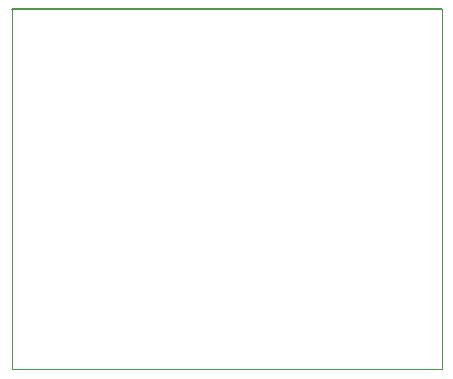
<source format=gko>
G04 Layer_Color=16711935*
%FSLAX43Y43*%
%MOMM*%
G71*
G01*
G75*
%ADD46C,0.100*%
%ADD47C,0.127*%
D46*
X0Y0D02*
Y30480D01*
X36449Y0D02*
Y30480D01*
X0Y0D02*
X36449D01*
D47*
X0Y30480D02*
X36449D01*
M02*

</source>
